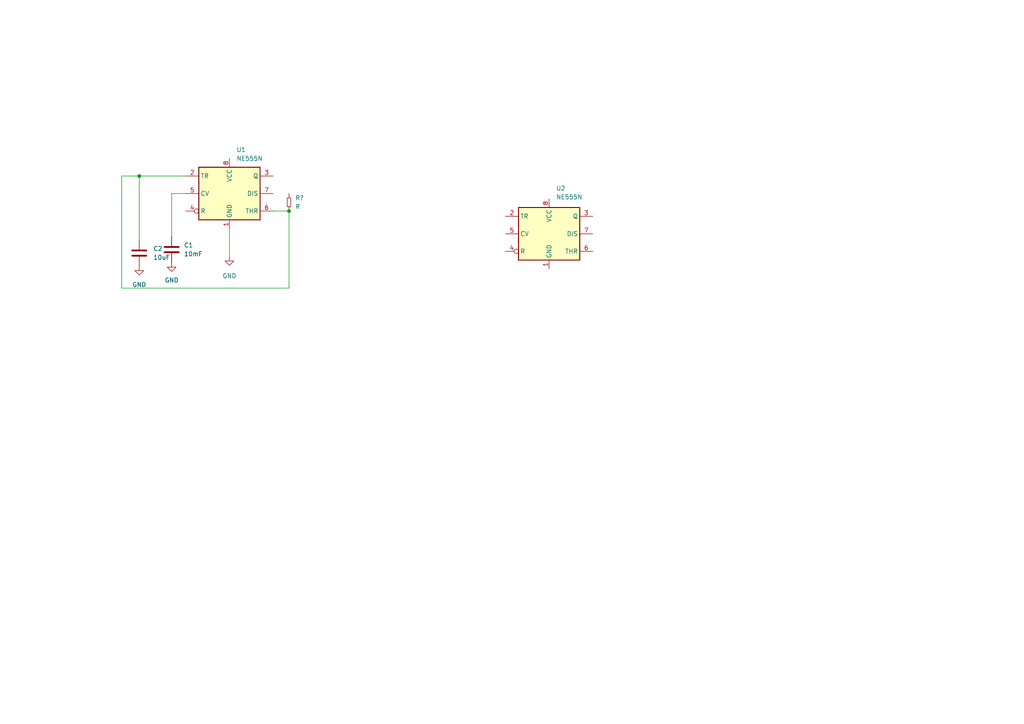
<source format=kicad_sch>
(kicad_sch (version 20211123) (generator eeschema)

  (uuid 64069abb-0f03-4124-8c6a-a5175efd9183)

  (paper "A4")

  (lib_symbols
    (symbol "Device:C" (pin_numbers hide) (pin_names (offset 0.254)) (in_bom yes) (on_board yes)
      (property "Reference" "C" (id 0) (at 0.635 2.54 0)
        (effects (font (size 1.27 1.27)) (justify left))
      )
      (property "Value" "C" (id 1) (at 0.635 -2.54 0)
        (effects (font (size 1.27 1.27)) (justify left))
      )
      (property "Footprint" "" (id 2) (at 0.9652 -3.81 0)
        (effects (font (size 1.27 1.27)) hide)
      )
      (property "Datasheet" "~" (id 3) (at 0 0 0)
        (effects (font (size 1.27 1.27)) hide)
      )
      (property "ki_keywords" "cap capacitor" (id 4) (at 0 0 0)
        (effects (font (size 1.27 1.27)) hide)
      )
      (property "ki_description" "Unpolarized capacitor" (id 5) (at 0 0 0)
        (effects (font (size 1.27 1.27)) hide)
      )
      (property "ki_fp_filters" "C_*" (id 6) (at 0 0 0)
        (effects (font (size 1.27 1.27)) hide)
      )
      (symbol "C_0_1"
        (polyline
          (pts
            (xy -2.032 -0.762)
            (xy 2.032 -0.762)
          )
          (stroke (width 0.508) (type default) (color 0 0 0 0))
          (fill (type none))
        )
        (polyline
          (pts
            (xy -2.032 0.762)
            (xy 2.032 0.762)
          )
          (stroke (width 0.508) (type default) (color 0 0 0 0))
          (fill (type none))
        )
      )
      (symbol "C_1_1"
        (pin passive line (at 0 3.81 270) (length 2.794)
          (name "~" (effects (font (size 1.27 1.27))))
          (number "1" (effects (font (size 1.27 1.27))))
        )
        (pin passive line (at 0 -3.81 90) (length 2.794)
          (name "~" (effects (font (size 1.27 1.27))))
          (number "2" (effects (font (size 1.27 1.27))))
        )
      )
    )
    (symbol "EESTN5:R" (pin_numbers hide) (pin_names (offset 0)) (in_bom yes) (on_board yes)
      (property "Reference" "R" (id 0) (at -1.27 0 90)
        (effects (font (size 1.27 1.27)))
      )
      (property "Value" "R" (id 1) (at 1.27 0 90)
        (effects (font (size 1.27 1.27)))
      )
      (property "Footprint" "" (id 2) (at 0 0 0)
        (effects (font (size 1.524 1.524)))
      )
      (property "Datasheet" "" (id 3) (at 0 0 0)
        (effects (font (size 1.524 1.524)))
      )
      (property "ki_description" "Resistor" (id 4) (at 0 0 0)
        (effects (font (size 1.27 1.27)) hide)
      )
      (property "ki_fp_filters" "RES* R_*" (id 5) (at 0 0 0)
        (effects (font (size 1.27 1.27)) hide)
      )
      (symbol "R_0_1"
        (rectangle (start 0.508 1.27) (end -0.508 -1.27)
          (stroke (width 0) (type default) (color 0 0 0 0))
          (fill (type none))
        )
      )
      (symbol "R_1_1"
        (pin passive line (at 0 2.54 270) (length 1.27)
          (name "~" (effects (font (size 1.524 1.524))))
          (number "1" (effects (font (size 1.524 1.524))))
        )
        (pin passive line (at 0 -2.54 90) (length 1.27)
          (name "~" (effects (font (size 1.524 1.524))))
          (number "2" (effects (font (size 1.524 1.524))))
        )
      )
    )
    (symbol "Timer:NE555P" (in_bom yes) (on_board yes)
      (property "Reference" "U" (id 0) (at -10.16 8.89 0)
        (effects (font (size 1.27 1.27)) (justify left))
      )
      (property "Value" "NE555P" (id 1) (at 2.54 8.89 0)
        (effects (font (size 1.27 1.27)) (justify left))
      )
      (property "Footprint" "Package_DIP:DIP-8_W7.62mm" (id 2) (at 16.51 -10.16 0)
        (effects (font (size 1.27 1.27)) hide)
      )
      (property "Datasheet" "http://www.ti.com/lit/ds/symlink/ne555.pdf" (id 3) (at 21.59 -10.16 0)
        (effects (font (size 1.27 1.27)) hide)
      )
      (property "ki_keywords" "single timer 555" (id 4) (at 0 0 0)
        (effects (font (size 1.27 1.27)) hide)
      )
      (property "ki_description" "Precision Timers, 555 compatible,  PDIP-8" (id 5) (at 0 0 0)
        (effects (font (size 1.27 1.27)) hide)
      )
      (property "ki_fp_filters" "DIP*W7.62mm*" (id 6) (at 0 0 0)
        (effects (font (size 1.27 1.27)) hide)
      )
      (symbol "NE555P_0_0"
        (pin power_in line (at 0 -10.16 90) (length 2.54)
          (name "GND" (effects (font (size 1.27 1.27))))
          (number "1" (effects (font (size 1.27 1.27))))
        )
        (pin power_in line (at 0 10.16 270) (length 2.54)
          (name "VCC" (effects (font (size 1.27 1.27))))
          (number "8" (effects (font (size 1.27 1.27))))
        )
      )
      (symbol "NE555P_0_1"
        (rectangle (start -8.89 -7.62) (end 8.89 7.62)
          (stroke (width 0.254) (type default) (color 0 0 0 0))
          (fill (type background))
        )
        (rectangle (start -8.89 -7.62) (end 8.89 7.62)
          (stroke (width 0.254) (type default) (color 0 0 0 0))
          (fill (type background))
        )
      )
      (symbol "NE555P_1_1"
        (pin input line (at -12.7 5.08 0) (length 3.81)
          (name "TR" (effects (font (size 1.27 1.27))))
          (number "2" (effects (font (size 1.27 1.27))))
        )
        (pin output line (at 12.7 5.08 180) (length 3.81)
          (name "Q" (effects (font (size 1.27 1.27))))
          (number "3" (effects (font (size 1.27 1.27))))
        )
        (pin input inverted (at -12.7 -5.08 0) (length 3.81)
          (name "R" (effects (font (size 1.27 1.27))))
          (number "4" (effects (font (size 1.27 1.27))))
        )
        (pin input line (at -12.7 0 0) (length 3.81)
          (name "CV" (effects (font (size 1.27 1.27))))
          (number "5" (effects (font (size 1.27 1.27))))
        )
        (pin input line (at 12.7 -5.08 180) (length 3.81)
          (name "THR" (effects (font (size 1.27 1.27))))
          (number "6" (effects (font (size 1.27 1.27))))
        )
        (pin input line (at 12.7 0 180) (length 3.81)
          (name "DIS" (effects (font (size 1.27 1.27))))
          (number "7" (effects (font (size 1.27 1.27))))
        )
      )
    )
    (symbol "power:GND" (power) (pin_names (offset 0)) (in_bom yes) (on_board yes)
      (property "Reference" "#PWR" (id 0) (at 0 -6.35 0)
        (effects (font (size 1.27 1.27)) hide)
      )
      (property "Value" "GND" (id 1) (at 0 -3.81 0)
        (effects (font (size 1.27 1.27)))
      )
      (property "Footprint" "" (id 2) (at 0 0 0)
        (effects (font (size 1.27 1.27)) hide)
      )
      (property "Datasheet" "" (id 3) (at 0 0 0)
        (effects (font (size 1.27 1.27)) hide)
      )
      (property "ki_keywords" "power-flag" (id 4) (at 0 0 0)
        (effects (font (size 1.27 1.27)) hide)
      )
      (property "ki_description" "Power symbol creates a global label with name \"GND\" , ground" (id 5) (at 0 0 0)
        (effects (font (size 1.27 1.27)) hide)
      )
      (symbol "GND_0_1"
        (polyline
          (pts
            (xy 0 0)
            (xy 0 -1.27)
            (xy 1.27 -1.27)
            (xy 0 -2.54)
            (xy -1.27 -1.27)
            (xy 0 -1.27)
          )
          (stroke (width 0) (type default) (color 0 0 0 0))
          (fill (type none))
        )
      )
      (symbol "GND_1_1"
        (pin power_in line (at 0 0 270) (length 0) hide
          (name "GND" (effects (font (size 1.27 1.27))))
          (number "1" (effects (font (size 1.27 1.27))))
        )
      )
    )
  )

  (junction (at 83.82 61.214) (diameter 0) (color 0 0 0 0)
    (uuid 3032c18f-46d8-4d29-a7c7-025e499cf023)
  )
  (junction (at 40.386 51.054) (diameter 0) (color 0 0 0 0)
    (uuid e2b1dd26-62f5-4ca7-8bba-7884adc17200)
  )

  (wire (pts (xy 49.784 56.134) (xy 49.784 68.58))
    (stroke (width 0) (type default) (color 0 0 0 0))
    (uuid 050fad80-f7dc-4280-84da-b53c984eeacb)
  )
  (wire (pts (xy 35.306 83.566) (xy 35.306 51.054))
    (stroke (width 0) (type default) (color 0 0 0 0))
    (uuid 0813a436-d706-49d6-be87-da709eed57ce)
  )
  (wire (pts (xy 83.82 83.566) (xy 35.306 83.566))
    (stroke (width 0) (type default) (color 0 0 0 0))
    (uuid 2d9aa036-1729-4110-a1a7-de081101fb1f)
  )
  (wire (pts (xy 66.548 66.294) (xy 66.548 74.422))
    (stroke (width 0) (type default) (color 0 0 0 0))
    (uuid 920f7f3d-46fd-4a74-8db0-fe2218347a5c)
  )
  (wire (pts (xy 83.82 61.214) (xy 83.82 83.566))
    (stroke (width 0) (type default) (color 0 0 0 0))
    (uuid 944457ed-8993-484f-ab51-5d01dcb8067f)
  )
  (wire (pts (xy 35.306 51.054) (xy 40.386 51.054))
    (stroke (width 0) (type default) (color 0 0 0 0))
    (uuid 9caa08ed-0296-4ffb-a27a-6dcfd13850e6)
  )
  (wire (pts (xy 79.248 61.214) (xy 83.82 61.214))
    (stroke (width 0) (type default) (color 0 0 0 0))
    (uuid c93d4ebf-d9b0-4fd5-832c-0a673d703977)
  )
  (wire (pts (xy 40.386 51.054) (xy 40.386 69.596))
    (stroke (width 0) (type default) (color 0 0 0 0))
    (uuid d3782ab3-b925-4ea9-9ca2-046dc59b919f)
  )
  (wire (pts (xy 53.848 56.134) (xy 49.784 56.134))
    (stroke (width 0) (type default) (color 0 0 0 0))
    (uuid d39446ab-48ae-48b1-8a59-7673c04d9364)
  )
  (wire (pts (xy 40.386 51.054) (xy 53.848 51.054))
    (stroke (width 0) (type default) (color 0 0 0 0))
    (uuid ff806ab2-cf5e-4a92-bfe4-a12c75db12c0)
  )

  (symbol (lib_id "Device:C") (at 49.784 72.39 0) (unit 1)
    (in_bom yes) (on_board yes) (fields_autoplaced)
    (uuid 27429217-562c-471f-b94d-4c0bebb8b22e)
    (property "Reference" "C1" (id 0) (at 53.34 71.1199 0)
      (effects (font (size 1.27 1.27)) (justify left))
    )
    (property "Value" "10mF" (id 1) (at 53.34 73.6599 0)
      (effects (font (size 1.27 1.27)) (justify left))
    )
    (property "Footprint" "" (id 2) (at 50.7492 76.2 0)
      (effects (font (size 1.27 1.27)) hide)
    )
    (property "Datasheet" "~" (id 3) (at 49.784 72.39 0)
      (effects (font (size 1.27 1.27)) hide)
    )
    (pin "1" (uuid 146d73e1-68dc-495c-a7ea-1fb407ea8082))
    (pin "2" (uuid 6cee26fa-4c96-4b24-b121-49166bd00f9b))
  )

  (symbol (lib_id "power:GND") (at 40.386 77.216 0) (unit 1)
    (in_bom yes) (on_board yes) (fields_autoplaced)
    (uuid 324174a6-d09a-414e-9d37-133e1b635c3d)
    (property "Reference" "#PWR?" (id 0) (at 40.386 83.566 0)
      (effects (font (size 1.27 1.27)) hide)
    )
    (property "Value" "GND" (id 1) (at 40.386 82.55 0))
    (property "Footprint" "" (id 2) (at 40.386 77.216 0)
      (effects (font (size 1.27 1.27)) hide)
    )
    (property "Datasheet" "" (id 3) (at 40.386 77.216 0)
      (effects (font (size 1.27 1.27)) hide)
    )
    (pin "1" (uuid a3090ef9-71af-4d07-89c9-f316e8a3594a))
  )

  (symbol (lib_id "power:GND") (at 49.784 76.2 0) (unit 1)
    (in_bom yes) (on_board yes) (fields_autoplaced)
    (uuid 34692156-34f9-410b-a922-db9f5de124ef)
    (property "Reference" "#PWR?" (id 0) (at 49.784 82.55 0)
      (effects (font (size 1.27 1.27)) hide)
    )
    (property "Value" "GND" (id 1) (at 49.784 81.28 0))
    (property "Footprint" "" (id 2) (at 49.784 76.2 0)
      (effects (font (size 1.27 1.27)) hide)
    )
    (property "Datasheet" "" (id 3) (at 49.784 76.2 0)
      (effects (font (size 1.27 1.27)) hide)
    )
    (pin "1" (uuid a2a5fddc-3fa5-437b-8ac6-df787fe7bc33))
  )

  (symbol (lib_id "EESTN5:R") (at 83.82 58.674 180) (unit 1)
    (in_bom yes) (on_board yes) (fields_autoplaced)
    (uuid 54f4490f-2358-4f85-bf3d-1cb949c848f1)
    (property "Reference" "R?" (id 0) (at 85.598 57.4039 0)
      (effects (font (size 1.27 1.27)) (justify right))
    )
    (property "Value" "R" (id 1) (at 85.598 59.9439 0)
      (effects (font (size 1.27 1.27)) (justify right))
    )
    (property "Footprint" "" (id 2) (at 83.82 58.674 0)
      (effects (font (size 1.524 1.524)))
    )
    (property "Datasheet" "" (id 3) (at 83.82 58.674 0)
      (effects (font (size 1.524 1.524)))
    )
    (pin "1" (uuid 52c025fe-d66c-46dd-9250-6de518b76891))
    (pin "2" (uuid 4adaa458-7222-4f94-9f3a-0aaa1ad314fc))
  )

  (symbol (lib_id "power:GND") (at 66.548 74.422 0) (unit 1)
    (in_bom yes) (on_board yes) (fields_autoplaced)
    (uuid 56317202-542e-40b9-a43a-7d98cf89e622)
    (property "Reference" "#PWR?" (id 0) (at 66.548 80.772 0)
      (effects (font (size 1.27 1.27)) hide)
    )
    (property "Value" "GND" (id 1) (at 66.548 80.01 0))
    (property "Footprint" "" (id 2) (at 66.548 74.422 0)
      (effects (font (size 1.27 1.27)) hide)
    )
    (property "Datasheet" "" (id 3) (at 66.548 74.422 0)
      (effects (font (size 1.27 1.27)) hide)
    )
    (pin "1" (uuid 3dc4d61f-22ab-4660-b3c1-5cce032de257))
  )

  (symbol (lib_id "Timer:NE555P") (at 159.258 67.818 0) (unit 1)
    (in_bom yes) (on_board yes) (fields_autoplaced)
    (uuid 8da51887-134d-487d-8477-ce593af56410)
    (property "Reference" "U2" (id 0) (at 161.2774 54.61 0)
      (effects (font (size 1.27 1.27)) (justify left))
    )
    (property "Value" "NE555N" (id 1) (at 161.2774 57.15 0)
      (effects (font (size 1.27 1.27)) (justify left))
    )
    (property "Footprint" "Package_DIP:DIP-8_W7.62mm" (id 2) (at 175.768 77.978 0)
      (effects (font (size 1.27 1.27)) hide)
    )
    (property "Datasheet" "http://www.ti.com/lit/ds/symlink/ne555.pdf" (id 3) (at 180.848 77.978 0)
      (effects (font (size 1.27 1.27)) hide)
    )
    (pin "1" (uuid 09fced7d-98e2-4310-a48e-c61bb272d6b4))
    (pin "8" (uuid 36d46f57-f41a-45b4-810c-d7ef02b400ca))
    (pin "2" (uuid 71b13c64-63c0-4375-9328-2e3de96b23e6))
    (pin "3" (uuid 096ea356-c40c-4e7c-83e6-d66199546724))
    (pin "4" (uuid 5cd22a14-e665-4a97-b09b-8a7bd6785ba8))
    (pin "5" (uuid b5d909da-f272-446a-9da1-ed806dea4499))
    (pin "6" (uuid 1735eec4-19bc-4b5e-8fe5-be54be962409))
    (pin "7" (uuid dec042d1-9922-4893-9a3a-82ebf038f97f))
  )

  (symbol (lib_id "Device:C") (at 40.386 73.406 0) (unit 1)
    (in_bom yes) (on_board yes) (fields_autoplaced)
    (uuid abb7e0fe-558b-482e-8e55-a98f63f924b0)
    (property "Reference" "C2" (id 0) (at 44.45 72.1359 0)
      (effects (font (size 1.27 1.27)) (justify left))
    )
    (property "Value" "10uF" (id 1) (at 44.45 74.6759 0)
      (effects (font (size 1.27 1.27)) (justify left))
    )
    (property "Footprint" "" (id 2) (at 41.3512 77.216 0)
      (effects (font (size 1.27 1.27)) hide)
    )
    (property "Datasheet" "~" (id 3) (at 40.386 73.406 0)
      (effects (font (size 1.27 1.27)) hide)
    )
    (pin "1" (uuid 5517262c-8a32-4ca8-93c9-8ba2260a468e))
    (pin "2" (uuid bd1b9745-4f8d-482a-b946-7d04b050f850))
  )

  (symbol (lib_id "Timer:NE555P") (at 66.548 56.134 0) (unit 1)
    (in_bom yes) (on_board yes) (fields_autoplaced)
    (uuid c9f3da9c-2a19-46e0-adb4-fe70a2ed2e33)
    (property "Reference" "U1" (id 0) (at 68.5674 43.434 0)
      (effects (font (size 1.27 1.27)) (justify left))
    )
    (property "Value" "NE555N" (id 1) (at 68.5674 45.974 0)
      (effects (font (size 1.27 1.27)) (justify left))
    )
    (property "Footprint" "Package_DIP:DIP-8_W7.62mm" (id 2) (at 83.058 66.294 0)
      (effects (font (size 1.27 1.27)) hide)
    )
    (property "Datasheet" "http://www.ti.com/lit/ds/symlink/ne555.pdf" (id 3) (at 88.138 66.294 0)
      (effects (font (size 1.27 1.27)) hide)
    )
    (pin "1" (uuid 935770b1-ec63-4966-ae53-dfe8261a3872))
    (pin "8" (uuid bd075a9e-2a2c-4823-9091-c86f456a535b))
    (pin "2" (uuid cf2feeef-24f4-4f97-a12f-cb40c09e294d))
    (pin "3" (uuid ad6fd9b5-b69c-4d1f-a854-22c7ed13139d))
    (pin "4" (uuid a5ca017f-35f6-4d43-98c8-99cb9f310bc7))
    (pin "5" (uuid ca7fc6eb-dd1d-4d9a-9f48-5c8feb56a23d))
    (pin "6" (uuid e8108fe7-b6d3-4a1b-98ea-cc3bf68c1b99))
    (pin "7" (uuid f99956b5-7a59-4a9b-b2c4-4cf57007946c))
  )

  (sheet_instances
    (path "/" (page "1"))
  )

  (symbol_instances
    (path "/324174a6-d09a-414e-9d37-133e1b635c3d"
      (reference "#PWR?") (unit 1) (value "GND") (footprint "")
    )
    (path "/34692156-34f9-410b-a922-db9f5de124ef"
      (reference "#PWR?") (unit 1) (value "GND") (footprint "")
    )
    (path "/56317202-542e-40b9-a43a-7d98cf89e622"
      (reference "#PWR?") (unit 1) (value "GND") (footprint "")
    )
    (path "/27429217-562c-471f-b94d-4c0bebb8b22e"
      (reference "C1") (unit 1) (value "10mF") (footprint "")
    )
    (path "/abb7e0fe-558b-482e-8e55-a98f63f924b0"
      (reference "C2") (unit 1) (value "10uF") (footprint "")
    )
    (path "/54f4490f-2358-4f85-bf3d-1cb949c848f1"
      (reference "R?") (unit 1) (value "R") (footprint "")
    )
    (path "/c9f3da9c-2a19-46e0-adb4-fe70a2ed2e33"
      (reference "U1") (unit 1) (value "NE555N") (footprint "Package_DIP:DIP-8_W7.62mm")
    )
    (path "/8da51887-134d-487d-8477-ce593af56410"
      (reference "U2") (unit 1) (value "NE555N") (footprint "Package_DIP:DIP-8_W7.62mm")
    )
  )
)

</source>
